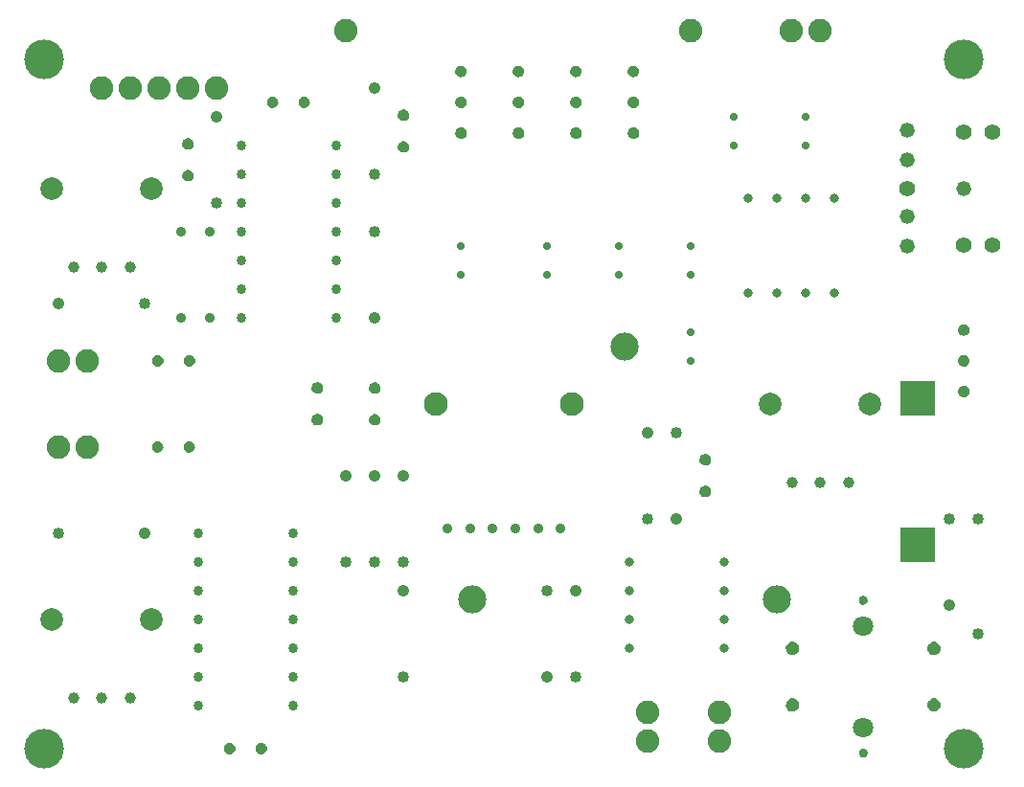
<source format=gbr>
G04 EAGLE Gerber RS-274X export*
G75*
%MOMM*%
%FSLAX34Y34*%
%LPD*%
%INSoldermask Top*%
%IPPOS*%
%AMOC8*
5,1,8,0,0,1.08239X$1,22.5*%
G01*
%ADD10C,0.863600*%
%ADD11C,2.000000*%
%ADD12C,1.000000*%
%ADD13C,0.812800*%
%ADD14C,2.489200*%
%ADD15R,3.048000X3.048000*%
%ADD16C,1.803200*%
%ADD17C,1.016000*%
%ADD18C,1.047269*%
%ADD19C,2.082800*%
%ADD20C,1.403200*%
%ADD21C,1.320800*%
%ADD22C,0.711200*%
%ADD23C,2.100000*%
%ADD24C,0.900000*%
%ADD25C,3.505200*%
%ADD26C,0.914400*%

G36*
X824523Y120658D02*
X824523Y120658D01*
X824619Y120656D01*
X825817Y120817D01*
X825866Y120833D01*
X825955Y120852D01*
X827087Y121275D01*
X827131Y121301D01*
X827214Y121339D01*
X828224Y122004D01*
X828261Y122039D01*
X828294Y122065D01*
X828308Y122073D01*
X828314Y122080D01*
X828333Y122095D01*
X829170Y122968D01*
X829197Y123010D01*
X829256Y123081D01*
X829877Y124118D01*
X829887Y124143D01*
X829893Y124150D01*
X829903Y124181D01*
X829936Y124247D01*
X830311Y125396D01*
X830318Y125446D01*
X830340Y125535D01*
X830450Y126739D01*
X830445Y126790D01*
X830447Y126882D01*
X830292Y128029D01*
X830276Y128077D01*
X830257Y128167D01*
X829850Y129251D01*
X829825Y129294D01*
X829786Y129377D01*
X829149Y130344D01*
X829114Y130380D01*
X829058Y130453D01*
X828221Y131253D01*
X828184Y131278D01*
X828161Y131303D01*
X828138Y131315D01*
X828108Y131339D01*
X827114Y131934D01*
X827067Y131951D01*
X826985Y131992D01*
X825884Y132350D01*
X825834Y132357D01*
X825745Y132379D01*
X824592Y132483D01*
X824542Y132479D01*
X824452Y132480D01*
X823262Y132323D01*
X823214Y132308D01*
X823124Y132289D01*
X821999Y131871D01*
X821955Y131846D01*
X821872Y131807D01*
X820868Y131149D01*
X820831Y131115D01*
X820759Y131059D01*
X819926Y130194D01*
X819898Y130152D01*
X819840Y130081D01*
X819220Y129053D01*
X819202Y129006D01*
X819161Y128924D01*
X818786Y127784D01*
X818779Y127734D01*
X818778Y127730D01*
X818775Y127721D01*
X818775Y127718D01*
X818757Y127645D01*
X818646Y126450D01*
X818650Y126399D01*
X818648Y126310D01*
X818795Y125159D01*
X818810Y125111D01*
X818828Y125021D01*
X819228Y123932D01*
X819253Y123888D01*
X819291Y123804D01*
X819923Y122831D01*
X819958Y122794D01*
X820013Y122721D01*
X820846Y121913D01*
X820888Y121885D01*
X820958Y121826D01*
X821950Y121223D01*
X821997Y121205D01*
X822078Y121163D01*
X823179Y120796D01*
X823229Y120789D01*
X823318Y120767D01*
X824473Y120654D01*
X824523Y120658D01*
G37*
G36*
X699428Y120709D02*
X699428Y120709D01*
X699524Y120707D01*
X700722Y120868D01*
X700771Y120883D01*
X700860Y120903D01*
X701992Y121326D01*
X702036Y121352D01*
X702119Y121390D01*
X703129Y122055D01*
X703166Y122090D01*
X703199Y122116D01*
X703213Y122124D01*
X703219Y122131D01*
X703238Y122146D01*
X704075Y123019D01*
X704102Y123061D01*
X704161Y123131D01*
X704782Y124168D01*
X704792Y124194D01*
X704798Y124201D01*
X704808Y124232D01*
X704841Y124298D01*
X705216Y125447D01*
X705223Y125497D01*
X705245Y125586D01*
X705355Y126790D01*
X705350Y126840D01*
X705352Y126933D01*
X705197Y128080D01*
X705181Y128128D01*
X705162Y128218D01*
X704755Y129302D01*
X704730Y129345D01*
X704691Y129428D01*
X704054Y130395D01*
X704019Y130431D01*
X703963Y130504D01*
X703126Y131304D01*
X703089Y131329D01*
X703066Y131354D01*
X703043Y131366D01*
X703013Y131390D01*
X702019Y131984D01*
X701972Y132002D01*
X701890Y132043D01*
X700789Y132401D01*
X700739Y132408D01*
X700650Y132430D01*
X699497Y132534D01*
X699447Y132530D01*
X699357Y132531D01*
X698167Y132374D01*
X698119Y132359D01*
X698029Y132340D01*
X696904Y131922D01*
X696860Y131896D01*
X696777Y131858D01*
X695773Y131200D01*
X695736Y131166D01*
X695664Y131110D01*
X694831Y130245D01*
X694803Y130203D01*
X694745Y130132D01*
X694125Y129104D01*
X694107Y129057D01*
X694066Y128975D01*
X693691Y127834D01*
X693684Y127784D01*
X693683Y127781D01*
X693680Y127772D01*
X693680Y127769D01*
X693662Y127695D01*
X693551Y126500D01*
X693555Y126450D01*
X693553Y126361D01*
X693700Y125210D01*
X693715Y125162D01*
X693733Y125072D01*
X694133Y123982D01*
X694158Y123939D01*
X694196Y123855D01*
X694828Y122882D01*
X694863Y122845D01*
X694918Y122772D01*
X695751Y121964D01*
X695793Y121936D01*
X695863Y121877D01*
X696855Y121274D01*
X696902Y121256D01*
X696983Y121214D01*
X698084Y120847D01*
X698134Y120840D01*
X698223Y120818D01*
X699378Y120705D01*
X699428Y120709D01*
G37*
G36*
X824498Y70747D02*
X824498Y70747D01*
X824594Y70745D01*
X825792Y70906D01*
X825840Y70922D01*
X825930Y70941D01*
X827062Y71364D01*
X827105Y71390D01*
X827189Y71428D01*
X828198Y72093D01*
X828235Y72128D01*
X828269Y72154D01*
X828283Y72162D01*
X828288Y72169D01*
X828308Y72184D01*
X829144Y73057D01*
X829172Y73099D01*
X829230Y73170D01*
X829852Y74207D01*
X829861Y74232D01*
X829867Y74239D01*
X829878Y74270D01*
X829911Y74336D01*
X830286Y75485D01*
X830293Y75535D01*
X830314Y75624D01*
X830424Y76828D01*
X830420Y76879D01*
X830421Y76971D01*
X830266Y78118D01*
X830251Y78166D01*
X830231Y78256D01*
X829825Y79340D01*
X829799Y79383D01*
X829761Y79466D01*
X829123Y80433D01*
X829088Y80469D01*
X829032Y80542D01*
X828196Y81342D01*
X828159Y81367D01*
X828136Y81392D01*
X828113Y81404D01*
X828083Y81428D01*
X827089Y82023D01*
X827042Y82040D01*
X826960Y82081D01*
X825859Y82439D01*
X825809Y82446D01*
X825720Y82468D01*
X824566Y82572D01*
X824516Y82568D01*
X824426Y82569D01*
X823236Y82412D01*
X823188Y82397D01*
X823099Y82378D01*
X821973Y81960D01*
X821930Y81935D01*
X821847Y81896D01*
X820842Y81238D01*
X820806Y81204D01*
X820733Y81148D01*
X819901Y80283D01*
X819873Y80241D01*
X819814Y80170D01*
X819195Y79142D01*
X819177Y79095D01*
X819136Y79013D01*
X818761Y77873D01*
X818754Y77823D01*
X818753Y77820D01*
X818750Y77810D01*
X818750Y77807D01*
X818732Y77734D01*
X818620Y76539D01*
X818624Y76488D01*
X818622Y76399D01*
X818769Y75248D01*
X818784Y75200D01*
X818803Y75110D01*
X819202Y74021D01*
X819228Y73977D01*
X819266Y73893D01*
X819898Y72920D01*
X819932Y72883D01*
X819988Y72810D01*
X820820Y72002D01*
X820862Y71974D01*
X820933Y71915D01*
X821924Y71312D01*
X821971Y71294D01*
X822053Y71252D01*
X823154Y70885D01*
X823204Y70878D01*
X823293Y70856D01*
X824448Y70743D01*
X824498Y70747D01*
G37*
G36*
X699479Y70721D02*
X699479Y70721D01*
X699575Y70720D01*
X700773Y70881D01*
X700821Y70896D01*
X700911Y70915D01*
X702043Y71339D01*
X702087Y71364D01*
X702170Y71403D01*
X703180Y72068D01*
X703216Y72103D01*
X703250Y72128D01*
X703264Y72137D01*
X703269Y72144D01*
X703289Y72159D01*
X704125Y73031D01*
X704153Y73073D01*
X704212Y73144D01*
X704833Y74181D01*
X704842Y74206D01*
X704848Y74214D01*
X704859Y74244D01*
X704892Y74310D01*
X705267Y75460D01*
X705274Y75510D01*
X705296Y75599D01*
X705405Y76803D01*
X705401Y76853D01*
X705402Y76945D01*
X705247Y78093D01*
X705232Y78141D01*
X705213Y78230D01*
X704806Y79314D01*
X704780Y79358D01*
X704742Y79441D01*
X704104Y80407D01*
X704070Y80444D01*
X704013Y80517D01*
X703177Y81317D01*
X703140Y81341D01*
X703117Y81366D01*
X703094Y81378D01*
X703064Y81403D01*
X702070Y81997D01*
X702023Y82015D01*
X701941Y82056D01*
X700840Y82414D01*
X700790Y82421D01*
X700701Y82443D01*
X699548Y82547D01*
X699497Y82542D01*
X699408Y82544D01*
X698218Y82387D01*
X698170Y82372D01*
X698080Y82353D01*
X696955Y81935D01*
X696911Y81909D01*
X696828Y81871D01*
X695824Y81213D01*
X695787Y81178D01*
X695714Y81122D01*
X694882Y80258D01*
X694854Y80216D01*
X694795Y80145D01*
X694176Y79117D01*
X694158Y79069D01*
X694117Y78988D01*
X693742Y77847D01*
X693735Y77797D01*
X693734Y77794D01*
X693731Y77785D01*
X693731Y77782D01*
X693713Y77708D01*
X693601Y76513D01*
X693606Y76463D01*
X693604Y76374D01*
X693751Y75223D01*
X693766Y75175D01*
X693784Y75085D01*
X694183Y73995D01*
X694209Y73952D01*
X694247Y73868D01*
X694879Y72895D01*
X694913Y72858D01*
X694969Y72785D01*
X695801Y71977D01*
X695843Y71948D01*
X695914Y71890D01*
X696905Y71287D01*
X696953Y71269D01*
X697034Y71227D01*
X698135Y70860D01*
X698185Y70853D01*
X698274Y70830D01*
X699429Y70717D01*
X699479Y70721D01*
G37*
G36*
X165248Y567673D02*
X165248Y567673D01*
X165339Y567672D01*
X166303Y567803D01*
X166351Y567819D01*
X166440Y567838D01*
X167351Y568180D01*
X167394Y568206D01*
X167478Y568245D01*
X168289Y568782D01*
X168325Y568817D01*
X168398Y568873D01*
X169070Y569577D01*
X169098Y569619D01*
X169156Y569690D01*
X169654Y570526D01*
X169655Y570529D01*
X169657Y570531D01*
X169663Y570550D01*
X169672Y570573D01*
X169712Y570655D01*
X170012Y571581D01*
X170019Y571631D01*
X170041Y571720D01*
X170127Y572689D01*
X170123Y572736D01*
X170126Y572811D01*
X170024Y573787D01*
X170010Y573835D01*
X169994Y573925D01*
X169678Y574854D01*
X169654Y574898D01*
X169617Y574983D01*
X169103Y575818D01*
X169069Y575855D01*
X169015Y575930D01*
X168327Y576630D01*
X168286Y576659D01*
X168217Y576719D01*
X167390Y577248D01*
X167344Y577267D01*
X167263Y577311D01*
X166340Y577643D01*
X166290Y577651D01*
X166201Y577676D01*
X165227Y577794D01*
X165177Y577791D01*
X165091Y577795D01*
X164089Y577700D01*
X164040Y577686D01*
X163950Y577670D01*
X162994Y577354D01*
X162949Y577330D01*
X162865Y577295D01*
X162004Y576773D01*
X161966Y576740D01*
X161891Y576687D01*
X161167Y575987D01*
X161138Y575946D01*
X161077Y575877D01*
X160527Y575034D01*
X160507Y574988D01*
X160463Y574907D01*
X160115Y573963D01*
X160106Y573913D01*
X160081Y573825D01*
X159951Y572827D01*
X159953Y572784D01*
X159952Y572658D01*
X160091Y571647D01*
X160107Y571599D01*
X160126Y571509D01*
X160488Y570554D01*
X160514Y570511D01*
X160553Y570427D01*
X161117Y569577D01*
X161152Y569540D01*
X161209Y569468D01*
X161949Y568764D01*
X161991Y568736D01*
X162062Y568678D01*
X162940Y568157D01*
X162987Y568139D01*
X163069Y568098D01*
X164041Y567785D01*
X164091Y567778D01*
X164180Y567757D01*
X165198Y567668D01*
X165248Y567673D01*
G37*
G36*
X355748Y565082D02*
X355748Y565082D01*
X355839Y565081D01*
X356803Y565212D01*
X356851Y565228D01*
X356940Y565247D01*
X357851Y565589D01*
X357894Y565615D01*
X357978Y565654D01*
X358789Y566191D01*
X358825Y566226D01*
X358898Y566282D01*
X359570Y566986D01*
X359598Y567028D01*
X359656Y567099D01*
X360154Y567935D01*
X360155Y567938D01*
X360157Y567940D01*
X360163Y567959D01*
X360172Y567982D01*
X360212Y568064D01*
X360512Y568990D01*
X360519Y569040D01*
X360541Y569129D01*
X360627Y570098D01*
X360623Y570145D01*
X360626Y570220D01*
X360524Y571196D01*
X360510Y571244D01*
X360494Y571334D01*
X360178Y572263D01*
X360154Y572307D01*
X360117Y572392D01*
X359603Y573227D01*
X359569Y573264D01*
X359515Y573339D01*
X358827Y574039D01*
X358786Y574068D01*
X358717Y574128D01*
X357890Y574657D01*
X357844Y574676D01*
X357763Y574720D01*
X356840Y575052D01*
X356790Y575060D01*
X356701Y575085D01*
X355727Y575203D01*
X355677Y575200D01*
X355591Y575204D01*
X354589Y575109D01*
X354540Y575095D01*
X354450Y575079D01*
X353494Y574763D01*
X353449Y574739D01*
X353365Y574704D01*
X352504Y574182D01*
X352466Y574149D01*
X352391Y574096D01*
X351667Y573396D01*
X351638Y573355D01*
X351577Y573286D01*
X351027Y572443D01*
X351007Y572397D01*
X350963Y572316D01*
X350615Y571372D01*
X350606Y571322D01*
X350581Y571234D01*
X350451Y570236D01*
X350453Y570193D01*
X350452Y570067D01*
X350591Y569056D01*
X350607Y569008D01*
X350626Y568918D01*
X350988Y567963D01*
X351014Y567920D01*
X351053Y567836D01*
X351617Y566986D01*
X351652Y566949D01*
X351709Y566877D01*
X352449Y566173D01*
X352491Y566145D01*
X352562Y566087D01*
X353440Y565566D01*
X353487Y565548D01*
X353569Y565507D01*
X354541Y565194D01*
X354591Y565187D01*
X354680Y565166D01*
X355698Y565077D01*
X355748Y565082D01*
G37*
G36*
X165248Y539682D02*
X165248Y539682D01*
X165339Y539681D01*
X166303Y539812D01*
X166351Y539828D01*
X166440Y539847D01*
X167351Y540189D01*
X167394Y540215D01*
X167478Y540254D01*
X168289Y540791D01*
X168325Y540826D01*
X168398Y540882D01*
X169070Y541586D01*
X169098Y541628D01*
X169156Y541699D01*
X169654Y542535D01*
X169655Y542538D01*
X169657Y542540D01*
X169663Y542559D01*
X169672Y542582D01*
X169712Y542664D01*
X170012Y543590D01*
X170019Y543640D01*
X170041Y543729D01*
X170127Y544698D01*
X170123Y544745D01*
X170126Y544820D01*
X170024Y545796D01*
X170010Y545844D01*
X169994Y545934D01*
X169678Y546863D01*
X169654Y546907D01*
X169617Y546992D01*
X169103Y547827D01*
X169069Y547864D01*
X169015Y547939D01*
X168327Y548639D01*
X168286Y548668D01*
X168217Y548728D01*
X167390Y549257D01*
X167344Y549276D01*
X167263Y549320D01*
X166340Y549652D01*
X166290Y549660D01*
X166201Y549685D01*
X165227Y549803D01*
X165177Y549800D01*
X165091Y549804D01*
X164089Y549709D01*
X164040Y549695D01*
X163950Y549679D01*
X162994Y549363D01*
X162949Y549339D01*
X162865Y549304D01*
X162004Y548782D01*
X161966Y548749D01*
X161891Y548696D01*
X161167Y547996D01*
X161138Y547955D01*
X161077Y547886D01*
X160527Y547043D01*
X160507Y546997D01*
X160463Y546916D01*
X160115Y545972D01*
X160106Y545922D01*
X160081Y545834D01*
X159951Y544836D01*
X159953Y544793D01*
X159952Y544667D01*
X160091Y543656D01*
X160107Y543608D01*
X160126Y543518D01*
X160488Y542563D01*
X160514Y542520D01*
X160553Y542436D01*
X161117Y541586D01*
X161152Y541549D01*
X161209Y541477D01*
X161949Y540773D01*
X161991Y540745D01*
X162062Y540687D01*
X162940Y540166D01*
X162987Y540148D01*
X163069Y540107D01*
X164041Y539794D01*
X164091Y539787D01*
X164180Y539766D01*
X165198Y539677D01*
X165248Y539682D01*
G37*
G36*
X355748Y593073D02*
X355748Y593073D01*
X355839Y593072D01*
X356803Y593203D01*
X356851Y593219D01*
X356940Y593238D01*
X357851Y593580D01*
X357894Y593606D01*
X357978Y593645D01*
X358789Y594182D01*
X358825Y594217D01*
X358898Y594273D01*
X359570Y594977D01*
X359598Y595019D01*
X359656Y595090D01*
X360154Y595926D01*
X360155Y595929D01*
X360157Y595931D01*
X360163Y595950D01*
X360172Y595973D01*
X360212Y596055D01*
X360512Y596981D01*
X360519Y597031D01*
X360541Y597120D01*
X360627Y598089D01*
X360623Y598136D01*
X360626Y598211D01*
X360524Y599187D01*
X360510Y599235D01*
X360494Y599325D01*
X360178Y600254D01*
X360154Y600298D01*
X360117Y600383D01*
X359603Y601218D01*
X359569Y601255D01*
X359515Y601330D01*
X358827Y602030D01*
X358786Y602059D01*
X358717Y602119D01*
X357890Y602648D01*
X357844Y602667D01*
X357763Y602711D01*
X356840Y603043D01*
X356790Y603051D01*
X356701Y603076D01*
X355727Y603194D01*
X355677Y603191D01*
X355591Y603195D01*
X354589Y603100D01*
X354540Y603086D01*
X354450Y603070D01*
X353494Y602754D01*
X353449Y602730D01*
X353365Y602695D01*
X352504Y602173D01*
X352466Y602140D01*
X352391Y602087D01*
X351667Y601387D01*
X351638Y601346D01*
X351577Y601277D01*
X351027Y600434D01*
X351007Y600388D01*
X350963Y600307D01*
X350615Y599363D01*
X350606Y599313D01*
X350581Y599225D01*
X350451Y598227D01*
X350453Y598184D01*
X350452Y598058D01*
X350591Y597047D01*
X350607Y596999D01*
X350626Y596909D01*
X350988Y595954D01*
X351014Y595911D01*
X351053Y595827D01*
X351617Y594977D01*
X351652Y594940D01*
X351709Y594868D01*
X352449Y594164D01*
X352491Y594136D01*
X352562Y594078D01*
X353440Y593557D01*
X353487Y593539D01*
X353569Y593498D01*
X354541Y593185D01*
X354591Y593178D01*
X354680Y593157D01*
X355698Y593068D01*
X355748Y593073D01*
G37*
G36*
X330348Y351773D02*
X330348Y351773D01*
X330439Y351772D01*
X331403Y351903D01*
X331451Y351919D01*
X331540Y351938D01*
X332451Y352280D01*
X332494Y352306D01*
X332578Y352345D01*
X333389Y352882D01*
X333425Y352917D01*
X333498Y352973D01*
X334170Y353677D01*
X334198Y353719D01*
X334256Y353790D01*
X334754Y354626D01*
X334755Y354629D01*
X334757Y354631D01*
X334763Y354650D01*
X334772Y354673D01*
X334812Y354755D01*
X335112Y355681D01*
X335119Y355731D01*
X335141Y355820D01*
X335227Y356789D01*
X335223Y356836D01*
X335226Y356911D01*
X335124Y357887D01*
X335110Y357935D01*
X335094Y358025D01*
X334778Y358954D01*
X334754Y358998D01*
X334717Y359083D01*
X334203Y359918D01*
X334169Y359955D01*
X334115Y360030D01*
X333427Y360730D01*
X333386Y360759D01*
X333317Y360819D01*
X332490Y361348D01*
X332444Y361367D01*
X332363Y361411D01*
X331440Y361743D01*
X331390Y361751D01*
X331301Y361776D01*
X330327Y361894D01*
X330277Y361891D01*
X330191Y361895D01*
X329189Y361800D01*
X329140Y361786D01*
X329050Y361770D01*
X328094Y361454D01*
X328049Y361430D01*
X327965Y361395D01*
X327104Y360873D01*
X327066Y360840D01*
X326991Y360787D01*
X326267Y360087D01*
X326238Y360046D01*
X326177Y359977D01*
X325627Y359134D01*
X325607Y359088D01*
X325563Y359007D01*
X325215Y358063D01*
X325206Y358013D01*
X325181Y357925D01*
X325051Y356927D01*
X325053Y356884D01*
X325052Y356758D01*
X325191Y355747D01*
X325207Y355699D01*
X325226Y355609D01*
X325588Y354654D01*
X325614Y354611D01*
X325653Y354527D01*
X326217Y353677D01*
X326252Y353640D01*
X326309Y353568D01*
X327049Y352864D01*
X327091Y352836D01*
X327162Y352778D01*
X328040Y352257D01*
X328087Y352239D01*
X328169Y352198D01*
X329141Y351885D01*
X329191Y351878D01*
X329280Y351857D01*
X330298Y351768D01*
X330348Y351773D01*
G37*
G36*
X330348Y323782D02*
X330348Y323782D01*
X330439Y323781D01*
X331403Y323912D01*
X331451Y323928D01*
X331540Y323947D01*
X332451Y324289D01*
X332494Y324315D01*
X332578Y324354D01*
X333389Y324891D01*
X333425Y324926D01*
X333498Y324982D01*
X334170Y325686D01*
X334198Y325728D01*
X334256Y325799D01*
X334754Y326635D01*
X334755Y326638D01*
X334757Y326640D01*
X334763Y326659D01*
X334772Y326682D01*
X334812Y326764D01*
X335112Y327690D01*
X335119Y327740D01*
X335141Y327829D01*
X335227Y328798D01*
X335223Y328845D01*
X335226Y328920D01*
X335124Y329896D01*
X335110Y329944D01*
X335094Y330034D01*
X334778Y330963D01*
X334754Y331007D01*
X334717Y331092D01*
X334203Y331927D01*
X334169Y331964D01*
X334115Y332039D01*
X333427Y332739D01*
X333386Y332768D01*
X333317Y332828D01*
X332490Y333357D01*
X332444Y333376D01*
X332363Y333420D01*
X331440Y333752D01*
X331390Y333760D01*
X331301Y333785D01*
X330327Y333903D01*
X330277Y333900D01*
X330191Y333904D01*
X329189Y333809D01*
X329140Y333795D01*
X329050Y333779D01*
X328094Y333463D01*
X328049Y333439D01*
X327965Y333404D01*
X327104Y332882D01*
X327066Y332849D01*
X326991Y332796D01*
X326267Y332096D01*
X326238Y332055D01*
X326177Y331986D01*
X325627Y331143D01*
X325607Y331097D01*
X325563Y331016D01*
X325215Y330072D01*
X325206Y330022D01*
X325181Y329934D01*
X325051Y328936D01*
X325053Y328893D01*
X325052Y328767D01*
X325191Y327756D01*
X325207Y327708D01*
X325226Y327618D01*
X325588Y326663D01*
X325614Y326620D01*
X325653Y326536D01*
X326217Y325686D01*
X326252Y325649D01*
X326309Y325577D01*
X327049Y324873D01*
X327091Y324845D01*
X327162Y324787D01*
X328040Y324266D01*
X328087Y324248D01*
X328169Y324207D01*
X329141Y323894D01*
X329191Y323887D01*
X329280Y323866D01*
X330298Y323777D01*
X330348Y323782D01*
G37*
G36*
X850759Y375929D02*
X850759Y375929D01*
X850885Y375928D01*
X851896Y376067D01*
X851944Y376083D01*
X852034Y376102D01*
X852989Y376464D01*
X853032Y376490D01*
X853116Y376529D01*
X853966Y377093D01*
X854003Y377128D01*
X854075Y377185D01*
X854779Y377925D01*
X854807Y377967D01*
X854865Y378038D01*
X855386Y378916D01*
X855404Y378963D01*
X855445Y379045D01*
X855758Y380017D01*
X855765Y380067D01*
X855786Y380156D01*
X855875Y381174D01*
X855870Y381224D01*
X855871Y381315D01*
X855740Y382279D01*
X855724Y382327D01*
X855705Y382416D01*
X855363Y383327D01*
X855337Y383370D01*
X855298Y383454D01*
X854761Y384265D01*
X854726Y384301D01*
X854670Y384374D01*
X853966Y385046D01*
X853924Y385074D01*
X853853Y385132D01*
X853018Y385630D01*
X852970Y385648D01*
X852888Y385688D01*
X851963Y385988D01*
X851912Y385995D01*
X851823Y386017D01*
X850854Y386103D01*
X850807Y386099D01*
X850732Y386102D01*
X849756Y386000D01*
X849708Y385986D01*
X849618Y385970D01*
X848689Y385654D01*
X848645Y385630D01*
X848560Y385593D01*
X847725Y385079D01*
X847688Y385045D01*
X847613Y384991D01*
X846914Y384303D01*
X846884Y384262D01*
X846824Y384193D01*
X846295Y383366D01*
X846276Y383320D01*
X846232Y383239D01*
X845900Y382316D01*
X845892Y382266D01*
X845867Y382177D01*
X845749Y381203D01*
X845752Y381153D01*
X845748Y381067D01*
X845843Y380065D01*
X845857Y380016D01*
X845873Y379926D01*
X846189Y378970D01*
X846213Y378925D01*
X846249Y378841D01*
X846770Y377980D01*
X846803Y377942D01*
X846856Y377867D01*
X847556Y377143D01*
X847597Y377114D01*
X847666Y377053D01*
X848509Y376503D01*
X848555Y376483D01*
X848636Y376439D01*
X849580Y376091D01*
X849630Y376082D01*
X849718Y376057D01*
X850716Y375927D01*
X850759Y375929D01*
G37*
G36*
X850835Y403106D02*
X850835Y403106D01*
X850961Y403105D01*
X851972Y403244D01*
X852020Y403260D01*
X852110Y403279D01*
X853065Y403641D01*
X853108Y403667D01*
X853192Y403706D01*
X854042Y404270D01*
X854079Y404305D01*
X854151Y404362D01*
X854855Y405102D01*
X854883Y405144D01*
X854941Y405215D01*
X855462Y406093D01*
X855480Y406140D01*
X855521Y406222D01*
X855834Y407194D01*
X855841Y407244D01*
X855862Y407333D01*
X855951Y408351D01*
X855946Y408401D01*
X855947Y408492D01*
X855816Y409456D01*
X855800Y409504D01*
X855781Y409593D01*
X855439Y410504D01*
X855413Y410547D01*
X855374Y410631D01*
X854837Y411442D01*
X854802Y411478D01*
X854746Y411551D01*
X854042Y412223D01*
X854000Y412251D01*
X853929Y412309D01*
X853094Y412807D01*
X853046Y412825D01*
X852964Y412865D01*
X852039Y413165D01*
X851988Y413172D01*
X851899Y413194D01*
X850930Y413280D01*
X850883Y413276D01*
X850808Y413279D01*
X849832Y413177D01*
X849784Y413163D01*
X849694Y413147D01*
X848765Y412831D01*
X848721Y412807D01*
X848636Y412770D01*
X847801Y412256D01*
X847764Y412222D01*
X847689Y412168D01*
X846990Y411480D01*
X846960Y411439D01*
X846900Y411370D01*
X846371Y410543D01*
X846352Y410497D01*
X846308Y410416D01*
X845976Y409493D01*
X845968Y409443D01*
X845943Y409354D01*
X845825Y408380D01*
X845828Y408330D01*
X845824Y408244D01*
X845919Y407242D01*
X845933Y407193D01*
X845949Y407103D01*
X846265Y406147D01*
X846289Y406102D01*
X846325Y406018D01*
X846846Y405157D01*
X846879Y405119D01*
X846932Y405044D01*
X847632Y404320D01*
X847673Y404291D01*
X847742Y404230D01*
X848585Y403680D01*
X848631Y403660D01*
X848712Y403616D01*
X849656Y403268D01*
X849706Y403259D01*
X849794Y403234D01*
X850792Y403104D01*
X850835Y403106D01*
G37*
G36*
X138416Y375853D02*
X138416Y375853D01*
X138542Y375852D01*
X139553Y375991D01*
X139601Y376007D01*
X139691Y376026D01*
X140646Y376388D01*
X140689Y376414D01*
X140773Y376453D01*
X141623Y377017D01*
X141660Y377052D01*
X141732Y377109D01*
X142436Y377849D01*
X142464Y377891D01*
X142522Y377962D01*
X143043Y378840D01*
X143061Y378887D01*
X143102Y378969D01*
X143415Y379941D01*
X143422Y379991D01*
X143443Y380080D01*
X143532Y381098D01*
X143527Y381148D01*
X143528Y381239D01*
X143397Y382203D01*
X143381Y382251D01*
X143362Y382340D01*
X143020Y383251D01*
X142994Y383294D01*
X142955Y383378D01*
X142418Y384189D01*
X142383Y384225D01*
X142327Y384298D01*
X141623Y384970D01*
X141581Y384998D01*
X141510Y385056D01*
X140675Y385554D01*
X140627Y385572D01*
X140545Y385612D01*
X139620Y385912D01*
X139569Y385919D01*
X139480Y385941D01*
X138511Y386027D01*
X138464Y386023D01*
X138389Y386026D01*
X137413Y385924D01*
X137365Y385910D01*
X137275Y385894D01*
X136346Y385578D01*
X136302Y385554D01*
X136217Y385517D01*
X135382Y385003D01*
X135345Y384969D01*
X135270Y384915D01*
X134571Y384227D01*
X134541Y384186D01*
X134481Y384117D01*
X133952Y383290D01*
X133933Y383244D01*
X133889Y383163D01*
X133557Y382240D01*
X133549Y382190D01*
X133524Y382101D01*
X133406Y381127D01*
X133409Y381077D01*
X133405Y380991D01*
X133500Y379989D01*
X133514Y379940D01*
X133530Y379850D01*
X133846Y378894D01*
X133870Y378849D01*
X133906Y378765D01*
X134427Y377904D01*
X134460Y377866D01*
X134513Y377791D01*
X135213Y377067D01*
X135254Y377038D01*
X135323Y376977D01*
X136166Y376427D01*
X136212Y376407D01*
X136293Y376363D01*
X137237Y376015D01*
X137287Y376006D01*
X137375Y375981D01*
X138373Y375851D01*
X138416Y375853D01*
G37*
G36*
X166407Y375853D02*
X166407Y375853D01*
X166533Y375852D01*
X167544Y375991D01*
X167592Y376007D01*
X167682Y376026D01*
X168637Y376388D01*
X168680Y376414D01*
X168764Y376453D01*
X169614Y377017D01*
X169651Y377052D01*
X169723Y377109D01*
X170427Y377849D01*
X170455Y377891D01*
X170513Y377962D01*
X171034Y378840D01*
X171052Y378887D01*
X171093Y378969D01*
X171406Y379941D01*
X171413Y379991D01*
X171434Y380080D01*
X171523Y381098D01*
X171518Y381148D01*
X171519Y381239D01*
X171388Y382203D01*
X171372Y382251D01*
X171353Y382340D01*
X171011Y383251D01*
X170985Y383294D01*
X170946Y383378D01*
X170409Y384189D01*
X170374Y384225D01*
X170318Y384298D01*
X169614Y384970D01*
X169572Y384998D01*
X169501Y385056D01*
X168666Y385554D01*
X168618Y385572D01*
X168536Y385612D01*
X167611Y385912D01*
X167560Y385919D01*
X167471Y385941D01*
X166502Y386027D01*
X166455Y386023D01*
X166380Y386026D01*
X165404Y385924D01*
X165356Y385910D01*
X165266Y385894D01*
X164337Y385578D01*
X164293Y385554D01*
X164208Y385517D01*
X163373Y385003D01*
X163336Y384969D01*
X163261Y384915D01*
X162562Y384227D01*
X162532Y384186D01*
X162472Y384117D01*
X161943Y383290D01*
X161924Y383244D01*
X161880Y383163D01*
X161548Y382240D01*
X161540Y382190D01*
X161515Y382101D01*
X161397Y381127D01*
X161400Y381077D01*
X161396Y380991D01*
X161491Y379989D01*
X161505Y379940D01*
X161521Y379850D01*
X161837Y378894D01*
X161861Y378849D01*
X161897Y378765D01*
X162418Y377904D01*
X162451Y377866D01*
X162504Y377791D01*
X163204Y377067D01*
X163245Y377038D01*
X163314Y376977D01*
X164157Y376427D01*
X164203Y376407D01*
X164284Y376363D01*
X165228Y376015D01*
X165278Y376006D01*
X165366Y375981D01*
X166364Y375851D01*
X166407Y375853D01*
G37*
G36*
X850861Y348700D02*
X850861Y348700D01*
X850987Y348699D01*
X851998Y348838D01*
X852046Y348854D01*
X852136Y348873D01*
X853091Y349235D01*
X853134Y349261D01*
X853218Y349300D01*
X854068Y349864D01*
X854105Y349899D01*
X854177Y349956D01*
X854881Y350696D01*
X854909Y350738D01*
X854967Y350809D01*
X855488Y351687D01*
X855506Y351734D01*
X855547Y351816D01*
X855860Y352788D01*
X855867Y352838D01*
X855888Y352927D01*
X855977Y353945D01*
X855972Y353995D01*
X855973Y354086D01*
X855842Y355050D01*
X855826Y355098D01*
X855807Y355187D01*
X855465Y356098D01*
X855439Y356141D01*
X855400Y356225D01*
X854863Y357036D01*
X854828Y357072D01*
X854772Y357145D01*
X854068Y357817D01*
X854026Y357845D01*
X853955Y357903D01*
X853120Y358401D01*
X853072Y358419D01*
X852990Y358459D01*
X852065Y358759D01*
X852014Y358766D01*
X851925Y358788D01*
X850956Y358874D01*
X850909Y358870D01*
X850834Y358873D01*
X849858Y358771D01*
X849810Y358757D01*
X849720Y358741D01*
X848791Y358425D01*
X848747Y358401D01*
X848662Y358364D01*
X847827Y357850D01*
X847790Y357816D01*
X847715Y357762D01*
X847016Y357074D01*
X846986Y357033D01*
X846926Y356964D01*
X846397Y356137D01*
X846378Y356091D01*
X846334Y356010D01*
X846002Y355087D01*
X845994Y355037D01*
X845969Y354948D01*
X845851Y353974D01*
X845854Y353924D01*
X845850Y353838D01*
X845945Y352836D01*
X845959Y352787D01*
X845975Y352697D01*
X846291Y351741D01*
X846315Y351696D01*
X846351Y351612D01*
X846872Y350751D01*
X846905Y350713D01*
X846958Y350638D01*
X847658Y349914D01*
X847699Y349885D01*
X847768Y349824D01*
X848611Y349274D01*
X848657Y349254D01*
X848738Y349210D01*
X849682Y348862D01*
X849732Y348853D01*
X849820Y348828D01*
X850818Y348698D01*
X850861Y348700D01*
G37*
G36*
X229907Y32953D02*
X229907Y32953D01*
X230033Y32952D01*
X231044Y33091D01*
X231092Y33107D01*
X231182Y33126D01*
X232137Y33488D01*
X232180Y33514D01*
X232264Y33553D01*
X233114Y34117D01*
X233151Y34152D01*
X233223Y34209D01*
X233927Y34949D01*
X233955Y34991D01*
X234013Y35062D01*
X234534Y35940D01*
X234552Y35987D01*
X234593Y36069D01*
X234906Y37041D01*
X234913Y37091D01*
X234934Y37180D01*
X235023Y38198D01*
X235018Y38248D01*
X235019Y38339D01*
X234888Y39303D01*
X234872Y39351D01*
X234853Y39440D01*
X234511Y40351D01*
X234485Y40394D01*
X234446Y40478D01*
X233909Y41289D01*
X233874Y41325D01*
X233818Y41398D01*
X233114Y42070D01*
X233072Y42098D01*
X233001Y42156D01*
X232166Y42654D01*
X232118Y42672D01*
X232036Y42712D01*
X231111Y43012D01*
X231060Y43019D01*
X230971Y43041D01*
X230002Y43127D01*
X229955Y43123D01*
X229880Y43126D01*
X228904Y43024D01*
X228856Y43010D01*
X228766Y42994D01*
X227837Y42678D01*
X227793Y42654D01*
X227708Y42617D01*
X226873Y42103D01*
X226836Y42069D01*
X226761Y42015D01*
X226062Y41327D01*
X226032Y41286D01*
X225972Y41217D01*
X225443Y40390D01*
X225424Y40344D01*
X225380Y40263D01*
X225048Y39340D01*
X225040Y39290D01*
X225015Y39201D01*
X224897Y38227D01*
X224900Y38177D01*
X224896Y38091D01*
X224991Y37089D01*
X225005Y37040D01*
X225021Y36950D01*
X225337Y35994D01*
X225361Y35949D01*
X225397Y35865D01*
X225918Y35004D01*
X225951Y34966D01*
X226004Y34891D01*
X226704Y34167D01*
X226745Y34138D01*
X226814Y34077D01*
X227657Y33527D01*
X227703Y33507D01*
X227784Y33463D01*
X228728Y33115D01*
X228778Y33106D01*
X228866Y33081D01*
X229864Y32951D01*
X229907Y32953D01*
G37*
G36*
X201916Y32953D02*
X201916Y32953D01*
X202042Y32952D01*
X203053Y33091D01*
X203101Y33107D01*
X203191Y33126D01*
X204146Y33488D01*
X204189Y33514D01*
X204273Y33553D01*
X205123Y34117D01*
X205160Y34152D01*
X205232Y34209D01*
X205936Y34949D01*
X205964Y34991D01*
X206022Y35062D01*
X206543Y35940D01*
X206561Y35987D01*
X206602Y36069D01*
X206915Y37041D01*
X206922Y37091D01*
X206943Y37180D01*
X207032Y38198D01*
X207027Y38248D01*
X207028Y38339D01*
X206897Y39303D01*
X206881Y39351D01*
X206862Y39440D01*
X206520Y40351D01*
X206494Y40394D01*
X206455Y40478D01*
X205918Y41289D01*
X205883Y41325D01*
X205827Y41398D01*
X205123Y42070D01*
X205081Y42098D01*
X205010Y42156D01*
X204175Y42654D01*
X204127Y42672D01*
X204045Y42712D01*
X203120Y43012D01*
X203069Y43019D01*
X202980Y43041D01*
X202011Y43127D01*
X201964Y43123D01*
X201889Y43126D01*
X200913Y43024D01*
X200865Y43010D01*
X200775Y42994D01*
X199846Y42678D01*
X199802Y42654D01*
X199717Y42617D01*
X198882Y42103D01*
X198845Y42069D01*
X198770Y42015D01*
X198071Y41327D01*
X198041Y41286D01*
X197981Y41217D01*
X197452Y40390D01*
X197433Y40344D01*
X197389Y40263D01*
X197057Y39340D01*
X197049Y39290D01*
X197024Y39201D01*
X196906Y38227D01*
X196909Y38177D01*
X196905Y38091D01*
X197000Y37089D01*
X197014Y37040D01*
X197030Y36950D01*
X197346Y35994D01*
X197370Y35949D01*
X197406Y35865D01*
X197927Y35004D01*
X197960Y34966D01*
X198013Y34891D01*
X198713Y34167D01*
X198754Y34138D01*
X198823Y34077D01*
X199666Y33527D01*
X199712Y33507D01*
X199793Y33463D01*
X200737Y33115D01*
X200787Y33106D01*
X200875Y33081D01*
X201873Y32951D01*
X201916Y32953D01*
G37*
G36*
X406417Y577324D02*
X406417Y577324D01*
X406492Y577321D01*
X407468Y577423D01*
X407516Y577437D01*
X407606Y577453D01*
X408535Y577769D01*
X408579Y577794D01*
X408664Y577830D01*
X409499Y578344D01*
X409536Y578378D01*
X409611Y578432D01*
X410311Y579120D01*
X410340Y579161D01*
X410400Y579230D01*
X410929Y580057D01*
X410948Y580103D01*
X410992Y580184D01*
X411324Y581107D01*
X411332Y581157D01*
X411357Y581246D01*
X411475Y582220D01*
X411472Y582270D01*
X411476Y582356D01*
X411381Y583358D01*
X411367Y583407D01*
X411351Y583497D01*
X411035Y584453D01*
X411011Y584498D01*
X410976Y584582D01*
X410454Y585443D01*
X410421Y585481D01*
X410368Y585556D01*
X409668Y586280D01*
X409627Y586309D01*
X409558Y586370D01*
X408715Y586920D01*
X408669Y586940D01*
X408588Y586984D01*
X407644Y587332D01*
X407594Y587341D01*
X407506Y587366D01*
X406508Y587496D01*
X406465Y587494D01*
X406339Y587495D01*
X405328Y587356D01*
X405280Y587340D01*
X405190Y587321D01*
X404235Y586959D01*
X404192Y586933D01*
X404108Y586895D01*
X403258Y586330D01*
X403221Y586295D01*
X403149Y586238D01*
X402445Y585499D01*
X402417Y585456D01*
X402359Y585385D01*
X401838Y584507D01*
X401820Y584460D01*
X401779Y584378D01*
X401466Y583406D01*
X401459Y583356D01*
X401438Y583267D01*
X401349Y582249D01*
X401354Y582199D01*
X401353Y582108D01*
X401484Y581144D01*
X401500Y581096D01*
X401519Y581007D01*
X401861Y580096D01*
X401887Y580053D01*
X401926Y579970D01*
X402463Y579158D01*
X402498Y579122D01*
X402554Y579049D01*
X403258Y578377D01*
X403300Y578350D01*
X403371Y578291D01*
X404207Y577793D01*
X404254Y577775D01*
X404336Y577735D01*
X405262Y577435D01*
X405312Y577428D01*
X405401Y577406D01*
X406370Y577320D01*
X406417Y577324D01*
G37*
G36*
X457217Y577324D02*
X457217Y577324D01*
X457292Y577321D01*
X458268Y577423D01*
X458316Y577437D01*
X458406Y577453D01*
X459335Y577769D01*
X459379Y577794D01*
X459464Y577830D01*
X460299Y578344D01*
X460336Y578378D01*
X460411Y578432D01*
X461111Y579120D01*
X461140Y579161D01*
X461200Y579230D01*
X461729Y580057D01*
X461748Y580103D01*
X461792Y580184D01*
X462124Y581107D01*
X462132Y581157D01*
X462157Y581246D01*
X462275Y582220D01*
X462272Y582270D01*
X462276Y582356D01*
X462181Y583358D01*
X462167Y583407D01*
X462151Y583497D01*
X461835Y584453D01*
X461811Y584498D01*
X461776Y584582D01*
X461254Y585443D01*
X461221Y585481D01*
X461168Y585556D01*
X460468Y586280D01*
X460427Y586309D01*
X460358Y586370D01*
X459515Y586920D01*
X459469Y586940D01*
X459388Y586984D01*
X458444Y587332D01*
X458394Y587341D01*
X458306Y587366D01*
X457308Y587496D01*
X457265Y587494D01*
X457139Y587495D01*
X456128Y587356D01*
X456080Y587340D01*
X455990Y587321D01*
X455035Y586959D01*
X454992Y586933D01*
X454908Y586895D01*
X454058Y586330D01*
X454021Y586295D01*
X453949Y586238D01*
X453245Y585499D01*
X453217Y585456D01*
X453159Y585385D01*
X452638Y584507D01*
X452620Y584460D01*
X452579Y584378D01*
X452266Y583406D01*
X452259Y583356D01*
X452238Y583267D01*
X452149Y582249D01*
X452154Y582199D01*
X452153Y582108D01*
X452284Y581144D01*
X452300Y581096D01*
X452319Y581007D01*
X452661Y580096D01*
X452687Y580053D01*
X452726Y579970D01*
X453263Y579158D01*
X453298Y579122D01*
X453354Y579049D01*
X454058Y578377D01*
X454100Y578350D01*
X454171Y578291D01*
X455007Y577793D01*
X455054Y577775D01*
X455136Y577735D01*
X456062Y577435D01*
X456112Y577428D01*
X456201Y577406D01*
X457170Y577320D01*
X457217Y577324D01*
G37*
G36*
X507991Y631730D02*
X507991Y631730D01*
X508066Y631727D01*
X509042Y631829D01*
X509090Y631843D01*
X509180Y631859D01*
X510109Y632175D01*
X510153Y632200D01*
X510238Y632236D01*
X511073Y632750D01*
X511110Y632784D01*
X511185Y632838D01*
X511885Y633526D01*
X511914Y633567D01*
X511974Y633636D01*
X512503Y634463D01*
X512522Y634509D01*
X512566Y634590D01*
X512898Y635513D01*
X512906Y635563D01*
X512931Y635652D01*
X513049Y636626D01*
X513046Y636676D01*
X513050Y636762D01*
X512955Y637764D01*
X512941Y637813D01*
X512925Y637903D01*
X512609Y638859D01*
X512585Y638904D01*
X512550Y638988D01*
X512028Y639849D01*
X511995Y639887D01*
X511942Y639962D01*
X511242Y640686D01*
X511201Y640715D01*
X511132Y640776D01*
X510289Y641326D01*
X510243Y641346D01*
X510162Y641390D01*
X509218Y641738D01*
X509168Y641747D01*
X509080Y641772D01*
X508082Y641902D01*
X508039Y641900D01*
X507913Y641901D01*
X506902Y641762D01*
X506854Y641746D01*
X506764Y641727D01*
X505809Y641365D01*
X505766Y641339D01*
X505682Y641301D01*
X504832Y640736D01*
X504795Y640701D01*
X504723Y640644D01*
X504019Y639905D01*
X503991Y639862D01*
X503933Y639791D01*
X503412Y638913D01*
X503394Y638866D01*
X503353Y638784D01*
X503040Y637812D01*
X503033Y637762D01*
X503012Y637673D01*
X502923Y636655D01*
X502928Y636605D01*
X502927Y636514D01*
X503058Y635550D01*
X503074Y635502D01*
X503093Y635413D01*
X503435Y634502D01*
X503461Y634459D01*
X503500Y634376D01*
X504037Y633564D01*
X504072Y633528D01*
X504128Y633455D01*
X504832Y632783D01*
X504874Y632756D01*
X504945Y632697D01*
X505781Y632199D01*
X505828Y632181D01*
X505910Y632141D01*
X506836Y631841D01*
X506886Y631834D01*
X506975Y631812D01*
X507944Y631726D01*
X507991Y631730D01*
G37*
G36*
X457191Y631730D02*
X457191Y631730D01*
X457266Y631727D01*
X458242Y631829D01*
X458290Y631843D01*
X458380Y631859D01*
X459309Y632175D01*
X459353Y632200D01*
X459438Y632236D01*
X460273Y632750D01*
X460310Y632784D01*
X460385Y632838D01*
X461085Y633526D01*
X461114Y633567D01*
X461174Y633636D01*
X461703Y634463D01*
X461722Y634509D01*
X461766Y634590D01*
X462098Y635513D01*
X462106Y635563D01*
X462131Y635652D01*
X462249Y636626D01*
X462246Y636676D01*
X462250Y636762D01*
X462155Y637764D01*
X462141Y637813D01*
X462125Y637903D01*
X461809Y638859D01*
X461785Y638904D01*
X461750Y638988D01*
X461228Y639849D01*
X461195Y639887D01*
X461142Y639962D01*
X460442Y640686D01*
X460401Y640715D01*
X460332Y640776D01*
X459489Y641326D01*
X459443Y641346D01*
X459362Y641390D01*
X458418Y641738D01*
X458368Y641747D01*
X458280Y641772D01*
X457282Y641902D01*
X457239Y641900D01*
X457113Y641901D01*
X456102Y641762D01*
X456054Y641746D01*
X455964Y641727D01*
X455009Y641365D01*
X454966Y641339D01*
X454882Y641301D01*
X454032Y640736D01*
X453995Y640701D01*
X453923Y640644D01*
X453219Y639905D01*
X453191Y639862D01*
X453133Y639791D01*
X452612Y638913D01*
X452594Y638866D01*
X452553Y638784D01*
X452240Y637812D01*
X452233Y637762D01*
X452212Y637673D01*
X452123Y636655D01*
X452128Y636605D01*
X452127Y636514D01*
X452258Y635550D01*
X452274Y635502D01*
X452293Y635413D01*
X452635Y634502D01*
X452661Y634459D01*
X452700Y634376D01*
X453237Y633564D01*
X453272Y633528D01*
X453328Y633455D01*
X454032Y632783D01*
X454074Y632756D01*
X454145Y632697D01*
X454981Y632199D01*
X455028Y632181D01*
X455110Y632141D01*
X456036Y631841D01*
X456086Y631834D01*
X456175Y631812D01*
X457144Y631726D01*
X457191Y631730D01*
G37*
G36*
X558791Y631730D02*
X558791Y631730D01*
X558866Y631727D01*
X559842Y631829D01*
X559890Y631843D01*
X559980Y631859D01*
X560909Y632175D01*
X560953Y632200D01*
X561038Y632236D01*
X561873Y632750D01*
X561910Y632784D01*
X561985Y632838D01*
X562685Y633526D01*
X562714Y633567D01*
X562774Y633636D01*
X563303Y634463D01*
X563322Y634509D01*
X563366Y634590D01*
X563698Y635513D01*
X563706Y635563D01*
X563731Y635652D01*
X563849Y636626D01*
X563846Y636676D01*
X563850Y636762D01*
X563755Y637764D01*
X563741Y637813D01*
X563725Y637903D01*
X563409Y638859D01*
X563385Y638904D01*
X563350Y638988D01*
X562828Y639849D01*
X562795Y639887D01*
X562742Y639962D01*
X562042Y640686D01*
X562001Y640715D01*
X561932Y640776D01*
X561089Y641326D01*
X561043Y641346D01*
X560962Y641390D01*
X560018Y641738D01*
X559968Y641747D01*
X559880Y641772D01*
X558882Y641902D01*
X558839Y641900D01*
X558713Y641901D01*
X557702Y641762D01*
X557654Y641746D01*
X557564Y641727D01*
X556609Y641365D01*
X556566Y641339D01*
X556482Y641301D01*
X555632Y640736D01*
X555595Y640701D01*
X555523Y640644D01*
X554819Y639905D01*
X554791Y639862D01*
X554733Y639791D01*
X554212Y638913D01*
X554194Y638866D01*
X554153Y638784D01*
X553840Y637812D01*
X553833Y637762D01*
X553812Y637673D01*
X553723Y636655D01*
X553728Y636605D01*
X553727Y636514D01*
X553858Y635550D01*
X553874Y635502D01*
X553893Y635413D01*
X554235Y634502D01*
X554261Y634459D01*
X554300Y634376D01*
X554837Y633564D01*
X554872Y633528D01*
X554928Y633455D01*
X555632Y632783D01*
X555674Y632756D01*
X555745Y632697D01*
X556581Y632199D01*
X556628Y632181D01*
X556710Y632141D01*
X557636Y631841D01*
X557686Y631834D01*
X557775Y631812D01*
X558744Y631726D01*
X558791Y631730D01*
G37*
G36*
X280411Y351991D02*
X280411Y351991D01*
X280460Y352005D01*
X280550Y352021D01*
X281506Y352337D01*
X281551Y352361D01*
X281635Y352397D01*
X282496Y352918D01*
X282534Y352951D01*
X282609Y353004D01*
X283333Y353704D01*
X283362Y353745D01*
X283423Y353814D01*
X283973Y354657D01*
X283993Y354703D01*
X284037Y354784D01*
X284385Y355728D01*
X284394Y355778D01*
X284419Y355866D01*
X284549Y356864D01*
X284547Y356907D01*
X284548Y357033D01*
X284409Y358044D01*
X284393Y358092D01*
X284374Y358182D01*
X284012Y359137D01*
X283986Y359180D01*
X283948Y359264D01*
X283383Y360114D01*
X283348Y360151D01*
X283291Y360223D01*
X282552Y360927D01*
X282509Y360955D01*
X282438Y361013D01*
X281560Y361534D01*
X281513Y361552D01*
X281431Y361593D01*
X280459Y361906D01*
X280409Y361913D01*
X280320Y361934D01*
X279302Y362023D01*
X279252Y362018D01*
X279161Y362019D01*
X278197Y361888D01*
X278149Y361872D01*
X278060Y361853D01*
X277149Y361511D01*
X277106Y361485D01*
X277023Y361446D01*
X276211Y360909D01*
X276175Y360874D01*
X276102Y360818D01*
X275430Y360114D01*
X275403Y360072D01*
X275344Y360001D01*
X274846Y359166D01*
X274828Y359118D01*
X274788Y359036D01*
X274488Y358111D01*
X274481Y358060D01*
X274459Y357971D01*
X274373Y357002D01*
X274377Y356955D01*
X274374Y356880D01*
X274476Y355904D01*
X274490Y355856D01*
X274506Y355766D01*
X274822Y354837D01*
X274847Y354793D01*
X274883Y354708D01*
X275397Y353873D01*
X275431Y353836D01*
X275485Y353761D01*
X276173Y353062D01*
X276214Y353032D01*
X276283Y352972D01*
X277110Y352443D01*
X277156Y352424D01*
X277237Y352380D01*
X278160Y352048D01*
X278210Y352040D01*
X278299Y352015D01*
X279273Y351897D01*
X279323Y351900D01*
X279409Y351896D01*
X280411Y351991D01*
G37*
G36*
X406391Y631730D02*
X406391Y631730D01*
X406466Y631727D01*
X407442Y631829D01*
X407490Y631843D01*
X407580Y631859D01*
X408509Y632175D01*
X408553Y632200D01*
X408638Y632236D01*
X409473Y632750D01*
X409510Y632784D01*
X409585Y632838D01*
X410285Y633526D01*
X410314Y633567D01*
X410374Y633636D01*
X410903Y634463D01*
X410922Y634509D01*
X410966Y634590D01*
X411298Y635513D01*
X411306Y635563D01*
X411331Y635652D01*
X411449Y636626D01*
X411446Y636676D01*
X411450Y636762D01*
X411355Y637764D01*
X411341Y637813D01*
X411325Y637903D01*
X411009Y638859D01*
X410985Y638904D01*
X410950Y638988D01*
X410428Y639849D01*
X410395Y639887D01*
X410342Y639962D01*
X409642Y640686D01*
X409601Y640715D01*
X409532Y640776D01*
X408689Y641326D01*
X408643Y641346D01*
X408562Y641390D01*
X407618Y641738D01*
X407568Y641747D01*
X407480Y641772D01*
X406482Y641902D01*
X406439Y641900D01*
X406313Y641901D01*
X405302Y641762D01*
X405254Y641746D01*
X405164Y641727D01*
X404209Y641365D01*
X404166Y641339D01*
X404082Y641301D01*
X403232Y640736D01*
X403195Y640701D01*
X403123Y640644D01*
X402419Y639905D01*
X402391Y639862D01*
X402333Y639791D01*
X401812Y638913D01*
X401794Y638866D01*
X401753Y638784D01*
X401440Y637812D01*
X401433Y637762D01*
X401412Y637673D01*
X401323Y636655D01*
X401328Y636605D01*
X401327Y636514D01*
X401458Y635550D01*
X401474Y635502D01*
X401493Y635413D01*
X401835Y634502D01*
X401861Y634459D01*
X401900Y634376D01*
X402437Y633564D01*
X402472Y633528D01*
X402528Y633455D01*
X403232Y632783D01*
X403274Y632756D01*
X403345Y632697D01*
X404181Y632199D01*
X404228Y632181D01*
X404310Y632141D01*
X405236Y631841D01*
X405286Y631834D01*
X405375Y631812D01*
X406344Y631726D01*
X406391Y631730D01*
G37*
G36*
X239945Y604577D02*
X239945Y604577D01*
X240020Y604574D01*
X240996Y604676D01*
X241044Y604690D01*
X241134Y604706D01*
X242063Y605022D01*
X242107Y605047D01*
X242192Y605083D01*
X243027Y605597D01*
X243064Y605631D01*
X243139Y605685D01*
X243839Y606373D01*
X243868Y606414D01*
X243928Y606483D01*
X244457Y607310D01*
X244476Y607356D01*
X244520Y607437D01*
X244852Y608360D01*
X244860Y608410D01*
X244885Y608499D01*
X245003Y609473D01*
X245000Y609523D01*
X245004Y609609D01*
X244909Y610611D01*
X244895Y610660D01*
X244879Y610750D01*
X244563Y611706D01*
X244539Y611751D01*
X244504Y611835D01*
X243982Y612696D01*
X243949Y612734D01*
X243896Y612809D01*
X243196Y613533D01*
X243155Y613562D01*
X243086Y613623D01*
X242243Y614173D01*
X242197Y614193D01*
X242116Y614237D01*
X241172Y614585D01*
X241122Y614594D01*
X241034Y614619D01*
X240036Y614749D01*
X239993Y614747D01*
X239867Y614748D01*
X238856Y614609D01*
X238808Y614593D01*
X238718Y614574D01*
X237763Y614212D01*
X237720Y614186D01*
X237636Y614148D01*
X236786Y613583D01*
X236749Y613548D01*
X236677Y613491D01*
X235973Y612752D01*
X235945Y612709D01*
X235887Y612638D01*
X235366Y611760D01*
X235348Y611713D01*
X235307Y611631D01*
X234994Y610659D01*
X234987Y610609D01*
X234966Y610520D01*
X234877Y609502D01*
X234882Y609452D01*
X234881Y609361D01*
X235012Y608397D01*
X235028Y608349D01*
X235047Y608260D01*
X235389Y607349D01*
X235415Y607306D01*
X235454Y607223D01*
X235991Y606411D01*
X236026Y606375D01*
X236082Y606302D01*
X236786Y605630D01*
X236828Y605603D01*
X236899Y605544D01*
X237735Y605046D01*
X237782Y605028D01*
X237864Y604988D01*
X238790Y604688D01*
X238840Y604681D01*
X238929Y604659D01*
X239898Y604573D01*
X239945Y604577D01*
G37*
G36*
X280411Y324000D02*
X280411Y324000D01*
X280460Y324014D01*
X280550Y324030D01*
X281506Y324346D01*
X281551Y324370D01*
X281635Y324406D01*
X282496Y324927D01*
X282534Y324960D01*
X282609Y325013D01*
X283333Y325713D01*
X283362Y325754D01*
X283423Y325823D01*
X283973Y326666D01*
X283993Y326712D01*
X284037Y326793D01*
X284385Y327737D01*
X284394Y327787D01*
X284419Y327875D01*
X284549Y328873D01*
X284547Y328916D01*
X284548Y329042D01*
X284409Y330053D01*
X284393Y330101D01*
X284374Y330191D01*
X284012Y331146D01*
X283986Y331189D01*
X283948Y331273D01*
X283383Y332123D01*
X283348Y332160D01*
X283291Y332232D01*
X282552Y332936D01*
X282509Y332964D01*
X282438Y333022D01*
X281560Y333543D01*
X281513Y333561D01*
X281431Y333602D01*
X280459Y333915D01*
X280409Y333922D01*
X280320Y333943D01*
X279302Y334032D01*
X279252Y334027D01*
X279161Y334028D01*
X278197Y333897D01*
X278149Y333881D01*
X278060Y333862D01*
X277149Y333520D01*
X277106Y333494D01*
X277023Y333455D01*
X276211Y332918D01*
X276175Y332883D01*
X276102Y332827D01*
X275430Y332123D01*
X275403Y332081D01*
X275344Y332010D01*
X274846Y331175D01*
X274828Y331127D01*
X274788Y331045D01*
X274488Y330120D01*
X274481Y330069D01*
X274459Y329980D01*
X274373Y329011D01*
X274377Y328964D01*
X274374Y328889D01*
X274476Y327913D01*
X274490Y327865D01*
X274506Y327775D01*
X274822Y326846D01*
X274847Y326802D01*
X274883Y326717D01*
X275397Y325882D01*
X275431Y325845D01*
X275485Y325770D01*
X276173Y325071D01*
X276214Y325041D01*
X276283Y324981D01*
X277110Y324452D01*
X277156Y324433D01*
X277237Y324389D01*
X278160Y324057D01*
X278210Y324049D01*
X278299Y324024D01*
X279273Y323906D01*
X279323Y323909D01*
X279409Y323905D01*
X280411Y324000D01*
G37*
G36*
X267936Y604577D02*
X267936Y604577D01*
X268011Y604574D01*
X268987Y604676D01*
X269035Y604690D01*
X269125Y604706D01*
X270054Y605022D01*
X270098Y605047D01*
X270183Y605083D01*
X271018Y605597D01*
X271055Y605631D01*
X271130Y605685D01*
X271830Y606373D01*
X271859Y606414D01*
X271919Y606483D01*
X272448Y607310D01*
X272467Y607356D01*
X272511Y607437D01*
X272843Y608360D01*
X272851Y608410D01*
X272876Y608499D01*
X272994Y609473D01*
X272991Y609523D01*
X272995Y609609D01*
X272900Y610611D01*
X272886Y610660D01*
X272870Y610750D01*
X272554Y611706D01*
X272530Y611751D01*
X272495Y611835D01*
X271973Y612696D01*
X271940Y612734D01*
X271887Y612809D01*
X271187Y613533D01*
X271146Y613562D01*
X271077Y613623D01*
X270234Y614173D01*
X270188Y614193D01*
X270107Y614237D01*
X269163Y614585D01*
X269113Y614594D01*
X269025Y614619D01*
X268027Y614749D01*
X267984Y614747D01*
X267858Y614748D01*
X266847Y614609D01*
X266799Y614593D01*
X266709Y614574D01*
X265754Y614212D01*
X265711Y614186D01*
X265627Y614148D01*
X264777Y613583D01*
X264740Y613548D01*
X264668Y613491D01*
X263964Y612752D01*
X263936Y612709D01*
X263878Y612638D01*
X263357Y611760D01*
X263339Y611713D01*
X263298Y611631D01*
X262985Y610659D01*
X262978Y610609D01*
X262957Y610520D01*
X262868Y609502D01*
X262873Y609452D01*
X262872Y609361D01*
X263003Y608397D01*
X263019Y608349D01*
X263038Y608260D01*
X263380Y607349D01*
X263406Y607306D01*
X263445Y607223D01*
X263982Y606411D01*
X264017Y606375D01*
X264073Y606302D01*
X264777Y605630D01*
X264819Y605603D01*
X264890Y605544D01*
X265726Y605046D01*
X265773Y605028D01*
X265855Y604988D01*
X266781Y604688D01*
X266831Y604681D01*
X266920Y604659D01*
X267889Y604573D01*
X267936Y604577D01*
G37*
G36*
X138345Y299777D02*
X138345Y299777D01*
X138420Y299774D01*
X139396Y299876D01*
X139444Y299890D01*
X139534Y299906D01*
X140463Y300222D01*
X140507Y300247D01*
X140592Y300283D01*
X141427Y300797D01*
X141464Y300831D01*
X141539Y300885D01*
X142239Y301573D01*
X142268Y301614D01*
X142328Y301683D01*
X142857Y302510D01*
X142876Y302556D01*
X142920Y302637D01*
X143252Y303560D01*
X143260Y303610D01*
X143285Y303699D01*
X143403Y304673D01*
X143400Y304723D01*
X143404Y304809D01*
X143309Y305811D01*
X143295Y305860D01*
X143279Y305950D01*
X142963Y306906D01*
X142939Y306951D01*
X142904Y307035D01*
X142382Y307896D01*
X142349Y307934D01*
X142296Y308009D01*
X141596Y308733D01*
X141555Y308762D01*
X141486Y308823D01*
X140643Y309373D01*
X140597Y309393D01*
X140516Y309437D01*
X139572Y309785D01*
X139522Y309794D01*
X139434Y309819D01*
X138436Y309949D01*
X138393Y309947D01*
X138267Y309948D01*
X137256Y309809D01*
X137208Y309793D01*
X137118Y309774D01*
X136163Y309412D01*
X136120Y309386D01*
X136036Y309348D01*
X135186Y308783D01*
X135149Y308748D01*
X135077Y308691D01*
X134373Y307952D01*
X134345Y307909D01*
X134287Y307838D01*
X133766Y306960D01*
X133748Y306913D01*
X133707Y306831D01*
X133394Y305859D01*
X133387Y305809D01*
X133366Y305720D01*
X133277Y304702D01*
X133282Y304652D01*
X133281Y304561D01*
X133412Y303597D01*
X133428Y303549D01*
X133447Y303460D01*
X133789Y302549D01*
X133815Y302506D01*
X133854Y302423D01*
X134391Y301611D01*
X134426Y301575D01*
X134482Y301502D01*
X135186Y300830D01*
X135228Y300803D01*
X135299Y300744D01*
X136135Y300246D01*
X136182Y300228D01*
X136264Y300188D01*
X137190Y299888D01*
X137240Y299881D01*
X137329Y299859D01*
X138298Y299773D01*
X138345Y299777D01*
G37*
G36*
X166336Y299777D02*
X166336Y299777D01*
X166411Y299774D01*
X167387Y299876D01*
X167435Y299890D01*
X167525Y299906D01*
X168454Y300222D01*
X168498Y300247D01*
X168583Y300283D01*
X169418Y300797D01*
X169455Y300831D01*
X169530Y300885D01*
X170230Y301573D01*
X170259Y301614D01*
X170319Y301683D01*
X170848Y302510D01*
X170867Y302556D01*
X170911Y302637D01*
X171243Y303560D01*
X171251Y303610D01*
X171276Y303699D01*
X171394Y304673D01*
X171391Y304723D01*
X171395Y304809D01*
X171300Y305811D01*
X171286Y305860D01*
X171270Y305950D01*
X170954Y306906D01*
X170930Y306951D01*
X170895Y307035D01*
X170373Y307896D01*
X170340Y307934D01*
X170287Y308009D01*
X169587Y308733D01*
X169546Y308762D01*
X169477Y308823D01*
X168634Y309373D01*
X168588Y309393D01*
X168507Y309437D01*
X167563Y309785D01*
X167513Y309794D01*
X167425Y309819D01*
X166427Y309949D01*
X166384Y309947D01*
X166258Y309948D01*
X165247Y309809D01*
X165199Y309793D01*
X165109Y309774D01*
X164154Y309412D01*
X164111Y309386D01*
X164027Y309348D01*
X163177Y308783D01*
X163140Y308748D01*
X163068Y308691D01*
X162364Y307952D01*
X162336Y307909D01*
X162278Y307838D01*
X161757Y306960D01*
X161739Y306913D01*
X161698Y306831D01*
X161385Y305859D01*
X161378Y305809D01*
X161357Y305720D01*
X161268Y304702D01*
X161273Y304652D01*
X161272Y304561D01*
X161403Y303597D01*
X161419Y303549D01*
X161438Y303460D01*
X161780Y302549D01*
X161806Y302506D01*
X161845Y302423D01*
X162382Y301611D01*
X162417Y301575D01*
X162473Y301502D01*
X163177Y300830D01*
X163219Y300803D01*
X163290Y300744D01*
X164126Y300246D01*
X164173Y300228D01*
X164255Y300188D01*
X165181Y299888D01*
X165231Y299881D01*
X165320Y299859D01*
X166289Y299773D01*
X166336Y299777D01*
G37*
G36*
X623311Y288491D02*
X623311Y288491D01*
X623360Y288505D01*
X623450Y288521D01*
X624406Y288837D01*
X624451Y288861D01*
X624535Y288897D01*
X625396Y289418D01*
X625434Y289451D01*
X625509Y289504D01*
X626233Y290204D01*
X626262Y290245D01*
X626323Y290314D01*
X626873Y291157D01*
X626893Y291203D01*
X626937Y291284D01*
X627285Y292228D01*
X627294Y292278D01*
X627319Y292366D01*
X627449Y293364D01*
X627447Y293407D01*
X627448Y293533D01*
X627309Y294544D01*
X627293Y294592D01*
X627274Y294682D01*
X626912Y295637D01*
X626886Y295680D01*
X626848Y295764D01*
X626283Y296614D01*
X626248Y296651D01*
X626191Y296723D01*
X625452Y297427D01*
X625409Y297455D01*
X625338Y297513D01*
X624460Y298034D01*
X624413Y298052D01*
X624331Y298093D01*
X623359Y298406D01*
X623309Y298413D01*
X623220Y298434D01*
X622202Y298523D01*
X622152Y298518D01*
X622061Y298519D01*
X621097Y298388D01*
X621049Y298372D01*
X620960Y298353D01*
X620049Y298011D01*
X620006Y297985D01*
X619923Y297946D01*
X619111Y297409D01*
X619075Y297374D01*
X619002Y297318D01*
X618330Y296614D01*
X618303Y296572D01*
X618244Y296501D01*
X617746Y295666D01*
X617728Y295618D01*
X617688Y295536D01*
X617388Y294611D01*
X617381Y294560D01*
X617359Y294471D01*
X617273Y293502D01*
X617277Y293455D01*
X617274Y293380D01*
X617376Y292404D01*
X617390Y292356D01*
X617406Y292266D01*
X617722Y291337D01*
X617747Y291293D01*
X617783Y291208D01*
X618297Y290373D01*
X618331Y290336D01*
X618385Y290261D01*
X619073Y289562D01*
X619114Y289532D01*
X619183Y289472D01*
X620010Y288943D01*
X620056Y288924D01*
X620137Y288880D01*
X621060Y288548D01*
X621110Y288540D01*
X621199Y288515D01*
X622173Y288397D01*
X622223Y288400D01*
X622309Y288396D01*
X623311Y288491D01*
G37*
G36*
X623311Y260500D02*
X623311Y260500D01*
X623360Y260514D01*
X623450Y260530D01*
X624406Y260846D01*
X624451Y260870D01*
X624535Y260906D01*
X625396Y261427D01*
X625434Y261460D01*
X625509Y261513D01*
X626233Y262213D01*
X626262Y262254D01*
X626323Y262323D01*
X626873Y263166D01*
X626893Y263212D01*
X626937Y263293D01*
X627285Y264237D01*
X627294Y264287D01*
X627319Y264375D01*
X627449Y265373D01*
X627447Y265416D01*
X627448Y265542D01*
X627309Y266553D01*
X627293Y266601D01*
X627274Y266691D01*
X626912Y267646D01*
X626886Y267689D01*
X626848Y267773D01*
X626283Y268623D01*
X626248Y268660D01*
X626191Y268732D01*
X625452Y269436D01*
X625409Y269464D01*
X625338Y269522D01*
X624460Y270043D01*
X624413Y270061D01*
X624331Y270102D01*
X623359Y270415D01*
X623309Y270422D01*
X623220Y270443D01*
X622202Y270532D01*
X622152Y270527D01*
X622061Y270528D01*
X621097Y270397D01*
X621049Y270381D01*
X620960Y270362D01*
X620049Y270020D01*
X620006Y269994D01*
X619923Y269955D01*
X619111Y269418D01*
X619075Y269383D01*
X619002Y269327D01*
X618330Y268623D01*
X618303Y268581D01*
X618244Y268510D01*
X617746Y267675D01*
X617728Y267627D01*
X617688Y267545D01*
X617388Y266620D01*
X617381Y266569D01*
X617359Y266480D01*
X617273Y265511D01*
X617277Y265464D01*
X617274Y265389D01*
X617376Y264413D01*
X617390Y264365D01*
X617406Y264275D01*
X617722Y263346D01*
X617747Y263302D01*
X617783Y263217D01*
X618297Y262382D01*
X618331Y262345D01*
X618385Y262270D01*
X619073Y261571D01*
X619114Y261541D01*
X619183Y261481D01*
X620010Y260952D01*
X620056Y260933D01*
X620137Y260889D01*
X621060Y260557D01*
X621110Y260549D01*
X621199Y260524D01*
X622173Y260406D01*
X622223Y260409D01*
X622309Y260405D01*
X623311Y260500D01*
G37*
G36*
X406493Y604501D02*
X406493Y604501D01*
X406568Y604498D01*
X407544Y604600D01*
X407592Y604614D01*
X407682Y604630D01*
X408611Y604946D01*
X408655Y604971D01*
X408740Y605007D01*
X409575Y605521D01*
X409612Y605555D01*
X409687Y605609D01*
X410387Y606297D01*
X410416Y606338D01*
X410476Y606407D01*
X411005Y607234D01*
X411024Y607280D01*
X411068Y607361D01*
X411400Y608284D01*
X411408Y608334D01*
X411433Y608423D01*
X411551Y609397D01*
X411548Y609447D01*
X411552Y609533D01*
X411457Y610535D01*
X411443Y610584D01*
X411427Y610674D01*
X411111Y611630D01*
X411087Y611675D01*
X411052Y611759D01*
X410530Y612620D01*
X410497Y612658D01*
X410444Y612733D01*
X409744Y613457D01*
X409703Y613486D01*
X409634Y613547D01*
X408791Y614097D01*
X408745Y614117D01*
X408664Y614161D01*
X407720Y614509D01*
X407670Y614518D01*
X407582Y614543D01*
X406584Y614673D01*
X406541Y614671D01*
X406415Y614672D01*
X405404Y614533D01*
X405356Y614517D01*
X405266Y614498D01*
X404311Y614136D01*
X404268Y614110D01*
X404184Y614072D01*
X403334Y613507D01*
X403297Y613472D01*
X403225Y613415D01*
X402521Y612676D01*
X402493Y612633D01*
X402435Y612562D01*
X401914Y611684D01*
X401896Y611637D01*
X401855Y611555D01*
X401542Y610583D01*
X401535Y610533D01*
X401514Y610444D01*
X401425Y609426D01*
X401430Y609376D01*
X401429Y609285D01*
X401560Y608321D01*
X401576Y608273D01*
X401595Y608184D01*
X401937Y607273D01*
X401963Y607230D01*
X402002Y607147D01*
X402539Y606335D01*
X402574Y606299D01*
X402630Y606226D01*
X403334Y605554D01*
X403376Y605527D01*
X403447Y605468D01*
X404283Y604970D01*
X404330Y604952D01*
X404412Y604912D01*
X405338Y604612D01*
X405388Y604605D01*
X405477Y604583D01*
X406446Y604497D01*
X406493Y604501D01*
G37*
G36*
X508093Y604501D02*
X508093Y604501D01*
X508168Y604498D01*
X509144Y604600D01*
X509192Y604614D01*
X509282Y604630D01*
X510211Y604946D01*
X510255Y604971D01*
X510340Y605007D01*
X511175Y605521D01*
X511212Y605555D01*
X511287Y605609D01*
X511987Y606297D01*
X512016Y606338D01*
X512076Y606407D01*
X512605Y607234D01*
X512624Y607280D01*
X512668Y607361D01*
X513000Y608284D01*
X513008Y608334D01*
X513033Y608423D01*
X513151Y609397D01*
X513148Y609447D01*
X513152Y609533D01*
X513057Y610535D01*
X513043Y610584D01*
X513027Y610674D01*
X512711Y611630D01*
X512687Y611675D01*
X512652Y611759D01*
X512130Y612620D01*
X512097Y612658D01*
X512044Y612733D01*
X511344Y613457D01*
X511303Y613486D01*
X511234Y613547D01*
X510391Y614097D01*
X510345Y614117D01*
X510264Y614161D01*
X509320Y614509D01*
X509270Y614518D01*
X509182Y614543D01*
X508184Y614673D01*
X508141Y614671D01*
X508015Y614672D01*
X507004Y614533D01*
X506956Y614517D01*
X506866Y614498D01*
X505911Y614136D01*
X505868Y614110D01*
X505784Y614072D01*
X504934Y613507D01*
X504897Y613472D01*
X504825Y613415D01*
X504121Y612676D01*
X504093Y612633D01*
X504035Y612562D01*
X503514Y611684D01*
X503496Y611637D01*
X503455Y611555D01*
X503142Y610583D01*
X503135Y610533D01*
X503114Y610444D01*
X503025Y609426D01*
X503030Y609376D01*
X503029Y609285D01*
X503160Y608321D01*
X503176Y608273D01*
X503195Y608184D01*
X503537Y607273D01*
X503563Y607230D01*
X503602Y607147D01*
X504139Y606335D01*
X504174Y606299D01*
X504230Y606226D01*
X504934Y605554D01*
X504976Y605527D01*
X505047Y605468D01*
X505883Y604970D01*
X505930Y604952D01*
X506012Y604912D01*
X506938Y604612D01*
X506988Y604605D01*
X507077Y604583D01*
X508046Y604497D01*
X508093Y604501D01*
G37*
G36*
X457293Y604501D02*
X457293Y604501D01*
X457368Y604498D01*
X458344Y604600D01*
X458392Y604614D01*
X458482Y604630D01*
X459411Y604946D01*
X459455Y604971D01*
X459540Y605007D01*
X460375Y605521D01*
X460412Y605555D01*
X460487Y605609D01*
X461187Y606297D01*
X461216Y606338D01*
X461276Y606407D01*
X461805Y607234D01*
X461824Y607280D01*
X461868Y607361D01*
X462200Y608284D01*
X462208Y608334D01*
X462233Y608423D01*
X462351Y609397D01*
X462348Y609447D01*
X462352Y609533D01*
X462257Y610535D01*
X462243Y610584D01*
X462227Y610674D01*
X461911Y611630D01*
X461887Y611675D01*
X461852Y611759D01*
X461330Y612620D01*
X461297Y612658D01*
X461244Y612733D01*
X460544Y613457D01*
X460503Y613486D01*
X460434Y613547D01*
X459591Y614097D01*
X459545Y614117D01*
X459464Y614161D01*
X458520Y614509D01*
X458470Y614518D01*
X458382Y614543D01*
X457384Y614673D01*
X457341Y614671D01*
X457215Y614672D01*
X456204Y614533D01*
X456156Y614517D01*
X456066Y614498D01*
X455111Y614136D01*
X455068Y614110D01*
X454984Y614072D01*
X454134Y613507D01*
X454097Y613472D01*
X454025Y613415D01*
X453321Y612676D01*
X453293Y612633D01*
X453235Y612562D01*
X452714Y611684D01*
X452696Y611637D01*
X452655Y611555D01*
X452342Y610583D01*
X452335Y610533D01*
X452314Y610444D01*
X452225Y609426D01*
X452230Y609376D01*
X452229Y609285D01*
X452360Y608321D01*
X452376Y608273D01*
X452395Y608184D01*
X452737Y607273D01*
X452763Y607230D01*
X452802Y607147D01*
X453339Y606335D01*
X453374Y606299D01*
X453430Y606226D01*
X454134Y605554D01*
X454176Y605527D01*
X454247Y605468D01*
X455083Y604970D01*
X455130Y604952D01*
X455212Y604912D01*
X456138Y604612D01*
X456188Y604605D01*
X456277Y604583D01*
X457246Y604497D01*
X457293Y604501D01*
G37*
G36*
X558893Y604501D02*
X558893Y604501D01*
X558968Y604498D01*
X559944Y604600D01*
X559992Y604614D01*
X560082Y604630D01*
X561011Y604946D01*
X561055Y604971D01*
X561140Y605007D01*
X561975Y605521D01*
X562012Y605555D01*
X562087Y605609D01*
X562787Y606297D01*
X562816Y606338D01*
X562876Y606407D01*
X563405Y607234D01*
X563424Y607280D01*
X563468Y607361D01*
X563800Y608284D01*
X563808Y608334D01*
X563833Y608423D01*
X563951Y609397D01*
X563948Y609447D01*
X563952Y609533D01*
X563857Y610535D01*
X563843Y610584D01*
X563827Y610674D01*
X563511Y611630D01*
X563487Y611675D01*
X563452Y611759D01*
X562930Y612620D01*
X562897Y612658D01*
X562844Y612733D01*
X562144Y613457D01*
X562103Y613486D01*
X562034Y613547D01*
X561191Y614097D01*
X561145Y614117D01*
X561064Y614161D01*
X560120Y614509D01*
X560070Y614518D01*
X559982Y614543D01*
X558984Y614673D01*
X558941Y614671D01*
X558815Y614672D01*
X557804Y614533D01*
X557756Y614517D01*
X557666Y614498D01*
X556711Y614136D01*
X556668Y614110D01*
X556584Y614072D01*
X555734Y613507D01*
X555697Y613472D01*
X555625Y613415D01*
X554921Y612676D01*
X554893Y612633D01*
X554835Y612562D01*
X554314Y611684D01*
X554296Y611637D01*
X554255Y611555D01*
X553942Y610583D01*
X553935Y610533D01*
X553914Y610444D01*
X553825Y609426D01*
X553830Y609376D01*
X553829Y609285D01*
X553960Y608321D01*
X553976Y608273D01*
X553995Y608184D01*
X554337Y607273D01*
X554363Y607230D01*
X554402Y607147D01*
X554939Y606335D01*
X554974Y606299D01*
X555030Y606226D01*
X555734Y605554D01*
X555776Y605527D01*
X555847Y605468D01*
X556683Y604970D01*
X556730Y604952D01*
X556812Y604912D01*
X557738Y604612D01*
X557788Y604605D01*
X557877Y604583D01*
X558846Y604497D01*
X558893Y604501D01*
G37*
G36*
X508017Y577324D02*
X508017Y577324D01*
X508092Y577321D01*
X509068Y577423D01*
X509116Y577437D01*
X509206Y577453D01*
X510135Y577769D01*
X510179Y577794D01*
X510264Y577830D01*
X511099Y578344D01*
X511136Y578378D01*
X511211Y578432D01*
X511911Y579120D01*
X511940Y579161D01*
X512000Y579230D01*
X512529Y580057D01*
X512548Y580103D01*
X512592Y580184D01*
X512924Y581107D01*
X512932Y581157D01*
X512957Y581246D01*
X513075Y582220D01*
X513072Y582270D01*
X513076Y582356D01*
X512981Y583358D01*
X512967Y583407D01*
X512951Y583497D01*
X512635Y584453D01*
X512611Y584498D01*
X512576Y584582D01*
X512054Y585443D01*
X512021Y585481D01*
X511968Y585556D01*
X511268Y586280D01*
X511227Y586309D01*
X511158Y586370D01*
X510315Y586920D01*
X510269Y586940D01*
X510188Y586984D01*
X509244Y587332D01*
X509194Y587341D01*
X509106Y587366D01*
X508108Y587496D01*
X508065Y587494D01*
X507939Y587495D01*
X506928Y587356D01*
X506880Y587340D01*
X506790Y587321D01*
X505835Y586959D01*
X505792Y586933D01*
X505708Y586895D01*
X504858Y586330D01*
X504821Y586295D01*
X504749Y586238D01*
X504045Y585499D01*
X504017Y585456D01*
X503959Y585385D01*
X503438Y584507D01*
X503420Y584460D01*
X503379Y584378D01*
X503066Y583406D01*
X503059Y583356D01*
X503038Y583267D01*
X502949Y582249D01*
X502954Y582199D01*
X502953Y582108D01*
X503084Y581144D01*
X503100Y581096D01*
X503119Y581007D01*
X503461Y580096D01*
X503487Y580053D01*
X503526Y579970D01*
X504063Y579158D01*
X504098Y579122D01*
X504154Y579049D01*
X504858Y578377D01*
X504900Y578350D01*
X504971Y578291D01*
X505807Y577793D01*
X505854Y577775D01*
X505936Y577735D01*
X506862Y577435D01*
X506912Y577428D01*
X507001Y577406D01*
X507970Y577320D01*
X508017Y577324D01*
G37*
G36*
X558817Y577324D02*
X558817Y577324D01*
X558892Y577321D01*
X559868Y577423D01*
X559916Y577437D01*
X560006Y577453D01*
X560935Y577769D01*
X560979Y577794D01*
X561064Y577830D01*
X561899Y578344D01*
X561936Y578378D01*
X562011Y578432D01*
X562711Y579120D01*
X562740Y579161D01*
X562800Y579230D01*
X563329Y580057D01*
X563348Y580103D01*
X563392Y580184D01*
X563724Y581107D01*
X563732Y581157D01*
X563757Y581246D01*
X563875Y582220D01*
X563872Y582270D01*
X563876Y582356D01*
X563781Y583358D01*
X563767Y583407D01*
X563751Y583497D01*
X563435Y584453D01*
X563411Y584498D01*
X563376Y584582D01*
X562854Y585443D01*
X562821Y585481D01*
X562768Y585556D01*
X562068Y586280D01*
X562027Y586309D01*
X561958Y586370D01*
X561115Y586920D01*
X561069Y586940D01*
X560988Y586984D01*
X560044Y587332D01*
X559994Y587341D01*
X559906Y587366D01*
X558908Y587496D01*
X558865Y587494D01*
X558739Y587495D01*
X557728Y587356D01*
X557680Y587340D01*
X557590Y587321D01*
X556635Y586959D01*
X556592Y586933D01*
X556508Y586895D01*
X555658Y586330D01*
X555621Y586295D01*
X555549Y586238D01*
X554845Y585499D01*
X554817Y585456D01*
X554759Y585385D01*
X554238Y584507D01*
X554220Y584460D01*
X554179Y584378D01*
X553866Y583406D01*
X553859Y583356D01*
X553838Y583267D01*
X553749Y582249D01*
X553754Y582199D01*
X553753Y582108D01*
X553884Y581144D01*
X553900Y581096D01*
X553919Y581007D01*
X554261Y580096D01*
X554287Y580053D01*
X554326Y579970D01*
X554863Y579158D01*
X554898Y579122D01*
X554954Y579049D01*
X555658Y578377D01*
X555700Y578350D01*
X555771Y578291D01*
X556607Y577793D01*
X556654Y577775D01*
X556736Y577735D01*
X557662Y577435D01*
X557712Y577428D01*
X557801Y577406D01*
X558770Y577320D01*
X558817Y577324D01*
G37*
G36*
X761974Y165159D02*
X761974Y165159D01*
X762094Y165159D01*
X762854Y165273D01*
X762902Y165289D01*
X762991Y165310D01*
X763707Y165590D01*
X763750Y165616D01*
X763832Y165656D01*
X764467Y166089D01*
X764503Y166124D01*
X764575Y166182D01*
X765098Y166745D01*
X765125Y166787D01*
X765182Y166859D01*
X765567Y167524D01*
X765584Y167572D01*
X765624Y167654D01*
X765850Y168388D01*
X765856Y168438D01*
X765877Y168528D01*
X765934Y169294D01*
X765929Y169345D01*
X765929Y169438D01*
X765821Y170141D01*
X765805Y170189D01*
X765784Y170278D01*
X765522Y170940D01*
X765496Y170983D01*
X765456Y171065D01*
X765053Y171652D01*
X765018Y171688D01*
X764960Y171760D01*
X764437Y172242D01*
X764395Y172270D01*
X764323Y172326D01*
X763706Y172681D01*
X763658Y172698D01*
X763576Y172737D01*
X762895Y172945D01*
X762845Y172951D01*
X762755Y172971D01*
X762046Y173022D01*
X762000Y173018D01*
X761929Y173020D01*
X761194Y172937D01*
X761146Y172923D01*
X761056Y172906D01*
X760358Y172661D01*
X760314Y172637D01*
X760230Y172600D01*
X759604Y172206D01*
X759566Y172172D01*
X759493Y172118D01*
X758970Y171595D01*
X758941Y171554D01*
X758881Y171484D01*
X758488Y170858D01*
X758469Y170811D01*
X758426Y170730D01*
X758182Y170032D01*
X758174Y169982D01*
X758151Y169894D01*
X758068Y169159D01*
X758071Y169108D01*
X758068Y169017D01*
X758151Y168282D01*
X758165Y168234D01*
X758170Y168206D01*
X758171Y168192D01*
X758175Y168182D01*
X758182Y168144D01*
X758426Y167446D01*
X758451Y167402D01*
X758488Y167318D01*
X758881Y166692D01*
X758915Y166654D01*
X758970Y166581D01*
X759493Y166058D01*
X759534Y166029D01*
X759604Y165969D01*
X760230Y165576D01*
X760277Y165557D01*
X760358Y165514D01*
X761056Y165270D01*
X761106Y165262D01*
X761194Y165238D01*
X761929Y165156D01*
X761974Y165159D01*
G37*
G36*
X761974Y30107D02*
X761974Y30107D01*
X762094Y30107D01*
X762854Y30221D01*
X762902Y30237D01*
X762991Y30258D01*
X763707Y30538D01*
X763750Y30565D01*
X763832Y30605D01*
X764467Y31037D01*
X764503Y31073D01*
X764575Y31130D01*
X765098Y31693D01*
X765125Y31735D01*
X765182Y31807D01*
X765567Y32472D01*
X765584Y32520D01*
X765624Y32602D01*
X765850Y33337D01*
X765856Y33387D01*
X765877Y33476D01*
X765934Y34242D01*
X765929Y34293D01*
X765929Y34386D01*
X765821Y35089D01*
X765805Y35137D01*
X765784Y35227D01*
X765522Y35888D01*
X765496Y35931D01*
X765456Y36014D01*
X765053Y36601D01*
X765018Y36637D01*
X764960Y36708D01*
X764437Y37191D01*
X764395Y37218D01*
X764323Y37275D01*
X763706Y37629D01*
X763658Y37646D01*
X763576Y37685D01*
X762895Y37893D01*
X762845Y37899D01*
X762755Y37919D01*
X762046Y37971D01*
X762000Y37966D01*
X761929Y37968D01*
X761194Y37885D01*
X761146Y37871D01*
X761056Y37854D01*
X760358Y37610D01*
X760314Y37585D01*
X760230Y37548D01*
X759604Y37155D01*
X759566Y37121D01*
X759493Y37066D01*
X758970Y36543D01*
X758941Y36502D01*
X758881Y36432D01*
X758488Y35806D01*
X758469Y35759D01*
X758426Y35678D01*
X758182Y34980D01*
X758174Y34930D01*
X758151Y34842D01*
X758068Y34107D01*
X758071Y34057D01*
X758068Y33965D01*
X758151Y33230D01*
X758165Y33182D01*
X758170Y33154D01*
X758171Y33140D01*
X758175Y33130D01*
X758182Y33092D01*
X758426Y32394D01*
X758451Y32350D01*
X758488Y32266D01*
X758881Y31640D01*
X758915Y31602D01*
X758970Y31529D01*
X759493Y31006D01*
X759534Y30977D01*
X759604Y30917D01*
X760230Y30524D01*
X760277Y30505D01*
X760358Y30462D01*
X761056Y30218D01*
X761106Y30210D01*
X761194Y30187D01*
X761929Y30104D01*
X761974Y30107D01*
G37*
D10*
X295910Y571500D03*
X295910Y546100D03*
X295910Y520700D03*
X295910Y495300D03*
X295910Y469900D03*
X295910Y444500D03*
X295910Y419100D03*
X212090Y546100D03*
X212090Y520700D03*
X212090Y495300D03*
X212090Y469900D03*
X212090Y444500D03*
X212090Y419100D03*
X212090Y571500D03*
D11*
X132900Y152400D03*
X44900Y152400D03*
D12*
X113900Y82400D03*
X88900Y82400D03*
X63900Y82400D03*
D11*
X132900Y533400D03*
X44900Y533400D03*
D12*
X113900Y463400D03*
X88900Y463400D03*
X63900Y463400D03*
D13*
X638810Y203200D03*
X638810Y177800D03*
X638810Y152400D03*
X638810Y127000D03*
X554990Y127000D03*
X554990Y152400D03*
X554990Y177800D03*
X554990Y203200D03*
X660400Y524510D03*
X685800Y524510D03*
X711200Y524510D03*
X736600Y524510D03*
X736600Y440690D03*
X711200Y440690D03*
X685800Y440690D03*
X660400Y440690D03*
D14*
X551180Y393700D03*
X416560Y170180D03*
X685800Y170180D03*
D15*
X810260Y218440D03*
X810260Y347980D03*
D16*
X762000Y56600D03*
X762000Y146600D03*
D17*
X190500Y520700D03*
D18*
X190500Y596900D03*
D17*
X330200Y546100D03*
D18*
X330200Y622300D03*
D17*
X355600Y101600D03*
D18*
X355600Y177800D03*
D17*
X304800Y203200D03*
D18*
X304800Y279400D03*
D17*
X330200Y203200D03*
D18*
X330200Y279400D03*
D17*
X355600Y203200D03*
D18*
X355600Y279400D03*
D17*
X571500Y241300D03*
D18*
X571500Y317500D03*
D17*
X596900Y317500D03*
D18*
X596900Y241300D03*
D17*
X482600Y177800D03*
D18*
X482600Y101600D03*
D17*
X508000Y101600D03*
D18*
X508000Y177800D03*
D17*
X863600Y241300D03*
X863600Y139700D03*
D19*
X88900Y622300D03*
X114300Y622300D03*
X609600Y673100D03*
D17*
X127000Y431800D03*
D18*
X50800Y431800D03*
D17*
X50800Y228600D03*
D18*
X127000Y228600D03*
D17*
X838200Y241300D03*
D18*
X838200Y165100D03*
D19*
X304800Y673100D03*
D20*
X850900Y483400D03*
X875900Y483400D03*
X875900Y583400D03*
X850900Y583400D03*
X800900Y533400D03*
D21*
X850900Y533400D03*
X800900Y482400D03*
X800900Y508400D03*
X800900Y558400D03*
X800900Y584400D03*
D19*
X698500Y673100D03*
X571500Y69850D03*
X571500Y44450D03*
X635000Y69850D03*
X635000Y44450D03*
X50800Y381000D03*
X76200Y381000D03*
X76200Y304800D03*
X50800Y304800D03*
D22*
X711200Y596900D03*
X711200Y571500D03*
X647700Y596900D03*
X647700Y571500D03*
X609600Y482600D03*
X609600Y457200D03*
X546100Y482600D03*
X546100Y457200D03*
X482600Y482600D03*
X482600Y457200D03*
X406400Y482600D03*
X406400Y457200D03*
X609600Y406400D03*
X609600Y381000D03*
D23*
X504500Y342900D03*
X384500Y342900D03*
D24*
X494500Y232900D03*
X474500Y232900D03*
X454500Y232900D03*
X434500Y232900D03*
X414500Y232900D03*
X394500Y232900D03*
D25*
X38100Y38100D03*
X850900Y38100D03*
X38100Y647700D03*
X850900Y647700D03*
D17*
X330200Y495300D03*
D18*
X330200Y419100D03*
D11*
X767900Y342900D03*
X679900Y342900D03*
D12*
X748900Y272900D03*
X723900Y272900D03*
X698900Y272900D03*
D19*
X723900Y673100D03*
X165100Y622300D03*
D10*
X257810Y228600D03*
X257810Y203200D03*
X257810Y177800D03*
X257810Y152400D03*
X257810Y127000D03*
X257810Y101600D03*
X257810Y76200D03*
X173990Y203200D03*
X173990Y177800D03*
X173990Y152400D03*
X173990Y127000D03*
X173990Y101600D03*
X173990Y76200D03*
X173990Y228600D03*
D26*
X184150Y419100D03*
X184150Y419100D03*
X184150Y495300D03*
X158750Y419100D03*
X158750Y419100D03*
X158750Y495300D03*
D19*
X139700Y622300D03*
X190500Y622300D03*
M02*

</source>
